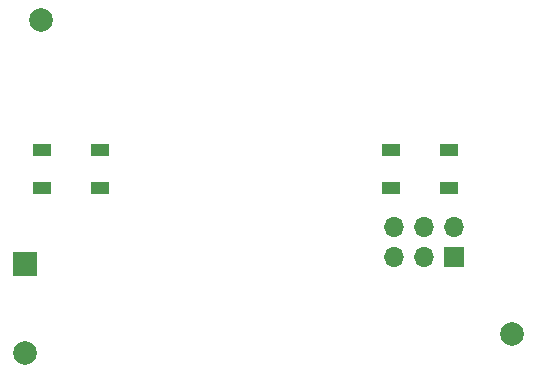
<source format=gbr>
%TF.GenerationSoftware,KiCad,Pcbnew,7.0.10*%
%TF.CreationDate,2024-01-10T06:21:24+05:30*%
%TF.ProjectId,Dashcam,44617368-6361-46d2-9e6b-696361645f70,rev?*%
%TF.SameCoordinates,Original*%
%TF.FileFunction,Soldermask,Top*%
%TF.FilePolarity,Negative*%
%FSLAX46Y46*%
G04 Gerber Fmt 4.6, Leading zero omitted, Abs format (unit mm)*
G04 Created by KiCad (PCBNEW 7.0.10) date 2024-01-10 06:21:24*
%MOMM*%
%LPD*%
G01*
G04 APERTURE LIST*
%ADD10R,1.700000X1.700000*%
%ADD11O,1.700000X1.700000*%
%ADD12R,1.500000X1.000000*%
%ADD13C,2.000000*%
%ADD14R,2.000000X2.000000*%
G04 APERTURE END LIST*
D10*
%TO.C,J3*%
X157875000Y-63965000D03*
D11*
X157875000Y-61425000D03*
X155335000Y-63965000D03*
X155335000Y-61425000D03*
X152795000Y-63965000D03*
X152795000Y-61425000D03*
%TD*%
D12*
%TO.C,U4*%
X157406000Y-58100000D03*
X157406000Y-54900000D03*
X152506000Y-54900000D03*
X152506000Y-58100000D03*
%TD*%
D13*
%TO.C,FID4*%
X162806000Y-70450000D03*
%TD*%
%TO.C,FID1*%
X122900000Y-43900000D03*
%TD*%
D12*
%TO.C,U1*%
X127881000Y-58100000D03*
X127881000Y-54900000D03*
X122981000Y-54900000D03*
X122981000Y-58100000D03*
%TD*%
D14*
%TO.C,BZ1*%
X121510000Y-64475000D03*
D13*
X121510000Y-72075000D03*
%TD*%
M02*

</source>
